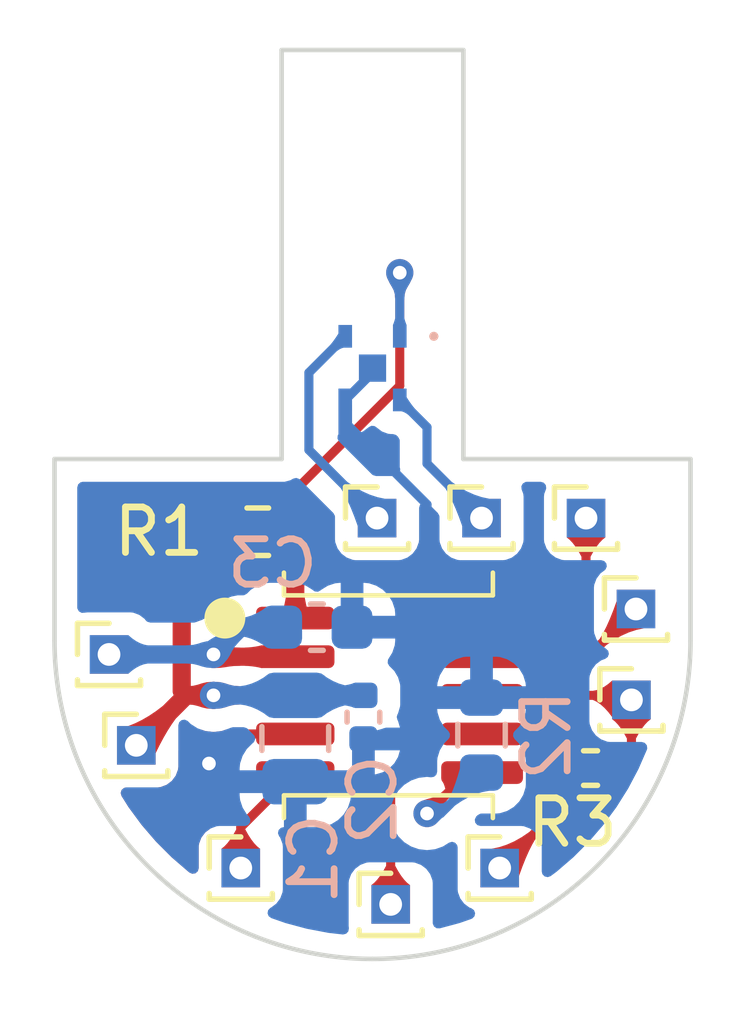
<source format=kicad_pcb>
(kicad_pcb (version 20240108) (generator "pcbnew") (generator_version "8.0")
  (layers (0 "F.Cu" signal) (31 "B.Cu" signal) (34 "B.Paste" user) (35 "F.Paste" user) (36 "B.SilkS" user "B.Silkscreen") (37 "F.SilkS" user "F.Silkscreen") (38 "B.Mask" user) (39 "F.Mask" user) (44 "Edge.Cuts" user))
  (net 0 "")
  (net 1 "GND")
  (net 2 "Net-(U1-Reserve)")
  (net 3 "Net-(U1-LDP)")
  (net 4 "+3.3V")
  (net 5 "Net-(J3-Pin_1)")
  (net 6 "Net-(J8-Pin_1)")
  (net 7 "Net-(J7-Pin_1)")
  (net 8 "Net-(J5-Pin_1)")
  (net 9 "Net-(J6-Pin_1)")
  (net 10 "Net-(J9-Pin_1)")
  (net 11 "+1.9V")
  (net 12 "Net-(IC1-V1)")
  (net 13 "Net-(IC1-V2)")
  (footprint "Connector_PinHeader_1.00mm:PinHeader_1x01_P1.00mm_Vertical" (layer "F.Cu") (at 104.3 84.8)
    (property "Reference" "J7" (hide yes))
    (property "Value" "INT")
    (fp_line (start -0.695 -0.685) (end 0 -0.685) (stroke (width 0.12)) (layer "F.SilkS"))
    (fp_line (start -0.695 0) (end -0.695 -0.685) (stroke (width 0.12)) (layer "F.SilkS"))
    (fp_line (start -0.695 0.685) (end -0.695 0.56) (stroke (width 0.12)) (layer "F.SilkS"))
    (fp_line (start -0.695 0.685) (end -0.608276 0.685) (stroke (width 0.12)) (layer "F.SilkS"))
    (fp_line (start -0.695 0.685) (end 0.695 0.685) (stroke (width 0.12)) (layer "F.SilkS"))
    (fp_line (start 0.608276 0.685) (end 0.695 0.685) (stroke (width 0.12)) (layer "F.SilkS"))
    (fp_line (start 0.695 0.685) (end 0.695 0.56) (stroke (width 0.12)) (layer "F.SilkS"))
    (pad "1" thru_hole rect (at 0 0) (size 0.85 0.85) (drill 0.5) (layers "*.Cu" "*.Mask") (net 7 "Net-(J7-Pin_1)"))
  )
  (footprint "Connector_PinHeader_1.00mm:PinHeader_1x01_P1.00mm_Vertical" (layer "F.Cu") (at 98.6 82.8)
    (property "Reference" "J4" (hide yes))
    (property "Value" "FORCE_V2")
    (fp_line (start -0.695 -0.685) (end 0 -0.685) (stroke (width 0.12)) (layer "F.SilkS"))
    (fp_line (start -0.695 0) (end -0.695 -0.685) (stroke (width 0.12)) (layer "F.SilkS"))
    (fp_line (start -0.695 0.685) (end -0.695 0.56) (stroke (width 0.12)) (layer "F.SilkS"))
    (fp_line (start -0.695 0.685) (end -0.608276 0.685) (stroke (width 0.12)) (layer "F.SilkS"))
    (fp_line (start -0.695 0.685) (end 0.695 0.685) (stroke (width 0.12)) (layer "F.SilkS"))
    (fp_line (start 0.608276 0.685) (end 0.695 0.685) (stroke (width 0.12)) (layer "F.SilkS"))
    (fp_line (start 0.695 0.685) (end 0.695 0.56) (stroke (width 0.12)) (layer "F.SilkS"))
    (pad "1" thru_hole rect (at 0 0) (size 0.85 0.85) (drill 0.5) (layers "*.Cu" "*.Mask") (net 13 "Net-(IC1-V2)"))
  )
  (footprint "Connector_PinHeader_1.00mm:PinHeader_1x01_P1.00mm_Vertical" (layer "F.Cu") (at 95.6 90.5)
    (property "Reference" "J3" (hide yes))
    (property "Value" "NCS")
    (fp_line (start -0.695 -0.685) (end 0 -0.685) (stroke (width 0.12)) (layer "F.SilkS"))
    (fp_line (start -0.695 0) (end -0.695 -0.685) (stroke (width 0.12)) (layer "F.SilkS"))
    (fp_line (start -0.695 0.685) (end -0.695 0.56) (stroke (width 0.12)) (layer "F.SilkS"))
    (fp_line (start -0.695 0.685) (end -0.608276 0.685) (stroke (width 0.12)) (layer "F.SilkS"))
    (fp_line (start -0.695 0.685) (end 0.695 0.685) (stroke (width 0.12)) (layer "F.SilkS"))
    (fp_line (start 0.608276 0.685) (end 0.695 0.685) (stroke (width 0.12)) (layer "F.SilkS"))
    (fp_line (start 0.695 0.685) (end 0.695 0.56) (stroke (width 0.12)) (layer "F.SilkS"))
    (pad "1" thru_hole rect (at 0 0) (size 0.85 0.85) (drill 0.5) (layers "*.Cu" "*.Mask") (net 5 "Net-(J3-Pin_1)"))
  )
  (footprint "Resistor_SMD:R_0603_1608Metric" (layer "F.Cu") (at 95.975 83.1 180)
    (property "Reference" "R1" (at 2.175 0 0) (layer "F.SilkS"))
    (property "Value" "140")
    (fp_line (start -0.237258 0.5225) (end 0.237258 0.5225) (stroke (width 0.12)) (layer "F.SilkS"))
    (fp_line (start -0.237258 -0.5225) (end 0.237258 -0.5225) (stroke (width 0.12)) (layer "F.SilkS"))
    (pad "1" smd roundrect (at -0.825 0 180) (size 0.8 0.95) (layers "F.Cu" "F.Paste" "F.Mask") (net 3 "Net-(U1-LDP)"))
    (pad "2" smd roundrect (at 0.825 0 180) (size 0.8 0.95) (layers "F.Cu" "F.Paste" "F.Mask") (net 4 "+3.3V"))
  )
  (footprint "Connector_PinHeader_1.00mm:PinHeader_1x01_P1.00mm_Vertical" (layer "F.Cu") (at 98.9 91.3)
    (property "Reference" "J5" (hide yes))
    (property "Value" "SCLK")
    (fp_line (start -0.695 -0.685) (end 0 -0.685) (stroke (width 0.12)) (layer "F.SilkS"))
    (fp_line (start -0.695 0) (end -0.695 -0.685) (stroke (width 0.12)) (layer "F.SilkS"))
    (fp_line (start -0.695 0.685) (end -0.695 0.56) (stroke (width 0.12)) (layer "F.SilkS"))
    (fp_line (start -0.695 0.685) (end -0.608276 0.685) (stroke (width 0.12)) (layer "F.SilkS"))
    (fp_line (start -0.695 0.685) (end 0.695 0.685) (stroke (width 0.12)) (layer "F.SilkS"))
    (fp_line (start 0.608276 0.685) (end 0.695 0.685) (stroke (width 0.12)) (layer "F.SilkS"))
    (fp_line (start 0.695 0.685) (end 0.695 0.56) (stroke (width 0.12)) (layer "F.SilkS"))
    (pad "1" thru_hole rect (at 0 0) (size 0.85 0.85) (drill 0.5) (layers "*.Cu" "*.Mask") (net 8 "Net-(J5-Pin_1)"))
  )
  (footprint "Connector_PinHeader_1.00mm:PinHeader_1x01_P1.00mm_Vertical" (layer "F.Cu") (at 93.3 87.8)
    (property "Reference" "J1" (hide yes))
    (property "Value" "VDD")
    (fp_line (start -0.695 -0.685) (end 0 -0.685) (stroke (width 0.12)) (layer "F.SilkS"))
    (fp_line (start -0.695 0) (end -0.695 -0.685) (stroke (width 0.12)) (layer "F.SilkS"))
    (fp_line (start -0.695 0.685) (end -0.695 0.56) (stroke (width 0.12)) (layer "F.SilkS"))
    (fp_line (start -0.695 0.685) (end -0.608276 0.685) (stroke (width 0.12)) (layer "F.SilkS"))
    (fp_line (start -0.695 0.685) (end 0.695 0.685) (stroke (width 0.12)) (layer "F.SilkS"))
    (fp_line (start 0.608276 0.685) (end 0.695 0.685) (stroke (width 0.12)) (layer "F.SilkS"))
    (fp_line (start 0.695 0.685) (end 0.695 0.56) (stroke (width 0.12)) (layer "F.SilkS"))
    (pad "1" thru_hole rect (at 0 0) (size 0.85 0.85) (drill 0.5) (layers "*.Cu" "*.Mask") (net 4 "+3.3V"))
  )
  (footprint "Connector_PinHeader_1.00mm:PinHeader_1x01_P1.00mm_Vertical" (layer "F.Cu") (at 92.7 85.8)
    (property "Reference" "J2" (hide yes))
    (property "Value" "VDDA")
    (fp_line (start -0.695 -0.685) (end 0 -0.685) (stroke (width 0.12)) (layer "F.SilkS"))
    (fp_line (start -0.695 0) (end -0.695 -0.685) (stroke (width 0.12)) (layer "F.SilkS"))
    (fp_line (start -0.695 0.685) (end -0.695 0.56) (stroke (width 0.12)) (layer "F.SilkS"))
    (fp_line (start -0.695 0.685) (end -0.608276 0.685) (stroke (width 0.12)) (layer "F.SilkS"))
    (fp_line (start -0.695 0.685) (end 0.695 0.685) (stroke (width 0.12)) (layer "F.SilkS"))
    (fp_line (start 0.608276 0.685) (end 0.695 0.685) (stroke (width 0.12)) (layer "F.SilkS"))
    (fp_line (start 0.695 0.685) (end 0.695 0.56) (stroke (width 0.12)) (layer "F.SilkS"))
    (pad "1" thru_hole rect (at 0 0) (size 0.85 0.85) (drill 0.5) (layers "*.Cu" "*.Mask") (net 11 "+1.9V"))
  )
  (footprint "Resistor_SMD:R_0402_1005Metric" (layer "F.Cu") (at 103.3 88.3)
    (property "Reference" "R3" (at -0.4 1.2 0) (layer "F.SilkS"))
    (property "Value" "3.3k")
    (fp_line (start -0.153641 -0.38) (end 0.153641 -0.38) (stroke (width 0.12)) (layer "F.SilkS"))
    (fp_line (start -0.153641 0.38) (end 0.153641 0.38) (stroke (width 0.12)) (layer "F.SilkS"))
    (pad "1" smd roundrect (at -0.51 0) (size 0.54 0.64) (layers "F.Cu" "F.Paste" "F.Mask") (net 10 "Net-(J9-Pin_1)"))
    (pad "2" smd roundrect (at 0.51 0) (size 0.54 0.64) (layers "F.Cu" "F.Paste" "F.Mask") (net 6 "Net-(J8-Pin_1)"))
  )
  (footprint "Connector_PinHeader_1.00mm:PinHeader_1x01_P1.00mm_Vertical" (layer "F.Cu") (at 100.9 82.8)
    (property "Reference" "J10" (hide yes))
    (property "Value" "FORCE_V1")
    (fp_line (start -0.695 -0.685) (end 0 -0.685) (stroke (width 0.12)) (layer "F.SilkS"))
    (fp_line (start -0.695 0) (end -0.695 -0.685) (stroke (width 0.12)) (layer "F.SilkS"))
    (fp_line (start -0.695 0.685) (end -0.695 0.56) (stroke (width 0.12)) (layer "F.SilkS"))
    (fp_line (start -0.695 0.685) (end -0.608276 0.685) (stroke (width 0.12)) (layer "F.SilkS"))
    (fp_line (start -0.695 0.685) (end 0.695 0.685) (stroke (width 0.12)) (layer "F.SilkS"))
    (fp_line (start 0.608276 0.685) (end 0.695 0.685) (stroke (width 0.12)) (layer "F.SilkS"))
    (fp_line (start 0.695 0.685) (end 0.695 0.56) (stroke (width 0.12)) (layer "F.SilkS"))
    (pad "1" thru_hole rect (at 0 0) (size 0.85 0.85) (drill 0.5) (layers "*.Cu" "*.Mask") (net 12 "Net-(IC1-V1)"))
  )
  (footprint "Connector_PinHeader_1.00mm:PinHeader_1x01_P1.00mm_Vertical" (layer "F.Cu") (at 101.3 90.5)
    (property "Reference" "J9" (hide yes))
    (property "Value" "MOSI")
    (fp_line (start -0.695 -0.685) (end 0 -0.685) (stroke (width 0.12)) (layer "F.SilkS"))
    (fp_line (start -0.695 0) (end -0.695 -0.685) (stroke (width 0.12)) (layer "F.SilkS"))
    (fp_line (start -0.695 0.685) (end -0.695 0.56) (stroke (width 0.12)) (layer "F.SilkS"))
    (fp_line (start -0.695 0.685) (end -0.608276 0.685) (stroke (width 0.12)) (layer "F.SilkS"))
    (fp_line (start -0.695 0.685) (end 0.695 0.685) (stroke (width 0.12)) (layer "F.SilkS"))
    (fp_line (start 0.608276 0.685) (end 0.695 0.685) (stroke (width 0.12)) (layer "F.SilkS"))
    (fp_line (start 0.695 0.685) (end 0.695 0.56) (stroke (width 0.12)) (layer "F.SilkS"))
    (pad "1" thru_hole rect (at 0 0) (size 0.85 0.85) (drill 0.5) (layers "*.Cu" "*.Mask") (net 10 "Net-(J9-Pin_1)"))
  )
  (footprint "Imported_FP:PAW3040E1-TKMT" (layer "F.Cu") (at 98.85 86.7)
    (property "Reference" "U1" (hide yes))
    (property "Value" "PAW3040E1-TKMT")
    (fp_line (start -2.3 -2.2) (end -2.3 -2.7) (stroke (width 0.1)) (layer "F.SilkS"))
    (fp_line (start -2.3 2.2) (end -2.3 2.7) (stroke (width 0.1)) (layer "F.SilkS"))
    (fp_line (start 2.3 -2.2) (end -2.3 -2.2) (stroke (width 0.1)) (layer "F.SilkS"))
    (fp_line (start 2.3 -2.2) (end 2.3 -2.7) (stroke (width 0.1)) (layer "F.SilkS"))
    (fp_line (start 2.3 2.2) (end -2.3 2.2) (stroke (width 0.1)) (layer "F.SilkS"))
    (fp_line (start 2.3 2.2) (end 2.3 2.7) (stroke (width 0.1)) (layer "F.SilkS"))
    (fp_circle (center -3.6 -1.7) (end -3.2 -1.7) (stroke (width 0.1)) (fill solid) (layer "F.SilkS"))
    (pad "1" smd roundrect (at -2.05 -1.7 90) (size 0.5 1.725) (layers "F.Cu" "F.Paste" "F.Mask") (net 3 "Net-(U1-LDP)"))
    (pad "2" smd roundrect (at -2.05 -0.85 90) (size 0.5 1.725) (layers "F.Cu" "F.Paste" "F.Mask") (net 11 "+1.9V"))
    (pad "3" smd roundrect (at -2.05 0 90) (size 0.5 1.725) (layers "F.Cu" "F.Paste" "F.Mask") (net 4 "+3.3V"))
    (pad "4" smd roundrect (at -2.05 0.85 90) (size 0.5 1.725) (layers "F.Cu" "F.Paste" "F.Mask") (net 1 "GND"))
    (pad "5" smd roundrect (at -2.05 1.7 90) (size 0.5 1.725) (layers "F.Cu" "F.Paste" "F.Mask") (net 5 "Net-(J3-Pin_1)"))
    (pad "6" smd roundrect (at 2.0625 1.7 90) (size 0.5 1.8) (layers "F.Cu" "F.Paste" "F.Mask") (net 2 "Net-(U1-Reserve)"))
    (pad "7" smd roundrect (at 2.0625 0.85 90) (size 0.5 1.8) (layers "F.Cu" "F.Paste" "F.Mask") (net 8 "Net-(J5-Pin_1)"))
    (pad "8" smd roundrect (at 2.0625 0 90) (size 0.5 1.8) (layers "F.Cu" "F.Paste" "F.Mask") (net 6 "Net-(J8-Pin_1)"))
    (pad "9" smd roundrect (at 2.0625 -0.85 90) (size 0.5 1.8) (layers "F.Cu" "F.Paste" "F.Mask") (net 7 "Net-(J7-Pin_1)"))
    (pad "10" smd roundrect (at 2.0625 -1.7 90) (size 0.5 1.8) (layers "F.Cu" "F.Paste" "F.Mask") (net 9 "Net-(J6-Pin_1)"))
  )
  (footprint "Connector_PinHeader_1.00mm:PinHeader_1x01_P1.00mm_Vertical" (layer "F.Cu") (at 104.2 86.8)
    (property "Reference" "J8" (hide yes))
    (property "Value" "MISO")
    (fp_line (start -0.695 -0.685) (end 0 -0.685) (stroke (width 0.12)) (layer "F.SilkS"))
    (fp_line (start -0.695 0) (end -0.695 -0.685) (stroke (width 0.12)) (layer "F.SilkS"))
    (fp_line (start -0.695 0.685) (end -0.695 0.56) (stroke (width 0.12)) (layer "F.SilkS"))
    (fp_line (start -0.695 0.685) (end -0.608276 0.685) (stroke (width 0.12)) (layer "F.SilkS"))
    (fp_line (start -0.695 0.685) (end 0.695 0.685) (stroke (width 0.12)) (layer "F.SilkS"))
    (fp_line (start 0.608276 0.685) (end 0.695 0.685) (stroke (width 0.12)) (layer "F.SilkS"))
    (fp_line (start 0.695 0.685) (end 0.695 0.56) (stroke (width 0.12)) (layer "F.SilkS"))
    (pad "1" thru_hole rect (at 0 0) (size 0.85 0.85) (drill 0.5) (layers "*.Cu" "*.Mask") (net 6 "Net-(J8-Pin_1)"))
  )
  (footprint "Connector_PinHeader_1.00mm:PinHeader_1x01_P1.00mm_Vertical" (layer "F.Cu") (at 103.2 82.8)
    (property "Reference" "J6" (hide yes))
    (property "Value" "GPIO")
    (fp_line (start -0.695 -0.685) (end 0 -0.685) (stroke (width 0.12)) (layer "F.SilkS"))
    (fp_line (start -0.695 0) (end -0.695 -0.685) (stroke (width 0.12)) (layer "F.SilkS"))
    (fp_line (start -0.695 0.685) (end -0.695 0.56) (stroke (width 0.12)) (layer "F.SilkS"))
    (fp_line (start -0.695 0.685) (end -0.608276 0.685) (stroke (width 0.12)) (layer "F.SilkS"))
    (fp_line (start -0.695 0.685) (end 0.695 0.685) (stroke (width 0.12)) (layer "F.SilkS"))
    (fp_line (start 0.608276 0.685) (end 0.695 0.685) (stroke (width 0.12)) (layer "F.SilkS"))
    (fp_line (start 0.695 0.685) (end 0.695 0.56) (stroke (width 0.12)) (layer "F.SilkS"))
    (pad "1" thru_hole rect (at 0 0) (size 0.85 0.85) (drill 0.5) (layers "*.Cu" "*.Mask") (net 9 "Net-(J6-Pin_1)"))
  )
  (footprint "Capacitor_SMD:C_0805_2012Metric" (layer "B.Cu") (at 96.8 87.65 -90)
    (property "Reference" "C1" (at 2.65 -0.4 90) (layer "B.SilkS") (effects (justify mirror)))
    (property "Value" "10uF")
    (fp_line (start 0.261252 0.735) (end -0.261252 0.735) (stroke (width 0.12)) (layer "B.SilkS"))
    (fp_line (start 0.261252 -0.735) (end -0.261252 -0.735) (stroke (width 0.12)) (layer "B.SilkS"))
    (pad "1" smd roundrect (at -0.95 0 270) (size 1 1.45) (layers "B.Cu" "B.Paste" "B.Mask") (net 4 "+3.3V"))
    (pad "2" smd roundrect (at 0.95 0 270) (size 1 1.45) (layers "B.Cu" "B.Paste" "B.Mask") (net 1 "GND"))
  )
  (footprint "Capacitor_SMD:C_0402_1005Metric" (layer "B.Cu") (at 98.3 87.18 -90)
    (property "Reference" "C2" (at 1.82 -0.2 90) (layer "B.SilkS") (effects (justify mirror)))
    (property "Value" "0.1uF")
    (fp_line (start 0.107836 0.36) (end -0.107836 0.36) (stroke (width 0.12)) (layer "B.SilkS"))
    (fp_line (start 0.107836 -0.36) (end -0.107836 -0.36) (stroke (width 0.12)) (layer "B.SilkS"))
    (pad "1" smd roundrect (at -0.48 0 270) (size 0.56 0.62) (layers "B.Cu" "B.Paste" "B.Mask") (net 4 "+3.3V"))
    (pad "2" smd roundrect (at 0.48 0 270) (size 0.56 0.62) (layers "B.Cu" "B.Paste" "B.Mask") (net 1 "GND"))
  )
  (footprint "Imported_FP:HSFPAR004A" (layer "B.Cu") (at 98.5 79.5 180)
    (property "Reference" "IC1" (hide yes))
    (property "Value" "HSFPAR004A" (hide yes))
    (fp_line (start -1.3 0.7) (end -1.3 0.7) (stroke (width 0.1)) (layer "B.SilkS"))
    (fp_line (start -1.4 0.7) (end -1.4 0.7) (stroke (width 0.1)) (layer "B.SilkS"))
    (fp_arc (start -1.3 0.7) (mid -1.35 0.75) (end -1.4 0.7) (stroke (width 0.1)) (layer "B.SilkS"))
    (fp_arc (start -1.4 0.7) (mid -1.35 0.65) (end -1.3 0.7) (stroke (width 0.1)) (layer "B.SilkS"))
    (pad "1" smd rect (at -0.6 0.7 180) (size 0.3 0.5) (layers "B.Cu" "B.Paste" "B.Mask") (net 4 "+3.3V"))
    (pad "2" smd rect (at 0.6 0.7 180) (size 0.3 0.5) (layers "B.Cu" "B.Paste" "B.Mask") (net 13 "Net-(IC1-V2)"))
    (pad "3" smd rect (at 0.6 -0.7 180) (size 0.3 0.5) (layers "B.Cu" "B.Paste" "B.Mask") (net 1 "GND"))
    (pad "4" smd rect (at -0.6 -0.7 180) (size 0.3 0.5) (layers "B.Cu" "B.Paste" "B.Mask") (net 12 "Net-(IC1-V1)"))
    (pad "5" smd rect (at 0 0 180) (size 0.6 0.6) (layers "B.Cu" "B.Paste" "B.Mask") (net 1 "GND"))
  )
  (footprint "Capacitor_SMD:C_0603_1608Metric" (layer "B.Cu") (at 97.275 85.2)
    (property "Reference" "C3" (at -0.975 -1.4 180) (layer "B.SilkS") (effects (justify mirror)))
    (property "Value" "1uF")
    (fp_line (start 0.14058 -0.51) (end -0.14058 -0.51) (stroke (width 0.12)) (layer "B.SilkS"))
    (fp_line (start 0.14058 0.51) (end -0.14058 0.51) (stroke (width 0.12)) (layer "B.SilkS"))
    (pad "1" smd roundrect (at -0.775 0) (size 0.9 0.95) (layers "B.Cu" "B.Paste" "B.Mask") (net 11 "+1.9V"))
    (pad "2" smd roundrect (at 0.775 0) (size 0.9 0.95) (layers "B.Cu" "B.Paste" "B.Mask") (net 1 "GND"))
  )
  (footprint "Resistor_SMD:R_0603_1608Metric" (layer "B.Cu") (at 100.9 87.575 90)
    (property "Reference" "R2" (at 0 1.43 90) (layer "B.SilkS") (effects (justify mirror)))
    (property "Value" "100k")
    (fp_line (start 0.237258 -0.5225) (end -0.237258 -0.5225) (stroke (width 0.12)) (layer "B.SilkS"))
    (fp_line (start 0.237258 0.5225) (end -0.237258 0.5225) (stroke (width 0.12)) (layer "B.SilkS"))
    (pad "1" smd roundrect (at -0.825 0 90) (size 0.8 0.95) (layers "B.Cu" "B.Paste" "B.Mask") (net 2 "Net-(U1-Reserve)"))
    (pad "2" smd roundrect (at 0.825 0 90) (size 0.8 0.95) (layers "B.Cu" "B.Paste" "B.Mask") (net 1 "GND"))
  )
  (gr_line (start 100.5 72.5) (end 96.5 72.5) (stroke (width 0.1)) (layer "Edge.Cuts"))
  (gr_line (start 100.5 81.5) (end 100.5 72.5) (stroke (width 0.1)) (layer "Edge.Cuts"))
  (gr_line (start 96.5 72.5) (end 96.5 81.5) (stroke (width 0.1)) (layer "Edge.Cuts"))
  (gr_line (start 105.5 85.5) (end 105.5 81.5) (stroke (width 0.1)) (layer "Edge.Cuts"))
  (gr_line (start 96.5 81.5) (end 91.5 81.5) (stroke (width 0.1)) (layer "Edge.Cuts"))
  (gr_line (start 91.5 85.5) (end 91.5 81.5) (stroke (width 0.1)) (layer "Edge.Cuts"))
  (gr_arc (start 98.5 92.5) (mid 93.550253 90.449747) (end 91.5 85.5) (stroke (width 0.1)) (layer "Edge.Cuts"))
  (gr_arc (start 105.5 85.5) (mid 103.449747 90.449747) (end 98.5 92.5) (stroke (width 0.1)) (layer "Edge.Cuts"))
  (gr_line (start 105.5 81.5) (end 100.5 81.5) (stroke (width 0.1)) (layer "Edge.Cuts"))
  (segment (start 95.55 87.55) (end 94.9 88.2) (width 0.2) (layer "F.Cu") (net 1))
  (segment (start 96.8 87.55) (end 95.55 87.55) (width 0.2) (layer "F.Cu") (net 1))
  (via (at 94.9 88.2) (size 0.6) (drill 0.3) (layers "F.Cu" "B.Cu") (net 1))
  (segment (start 98.5 79.6) (end 97.9 80.2) (width 0.2) (layer "B.Cu") (net 1))
  (segment (start 97.9 80.2) (end 97.9 80.7) (width 0.2) (layer "B.Cu") (net 1))
  (segment (start 98.5 79.5) (end 98.5 79.6) (width 0.2) (layer "B.Cu") (net 1))
  (segment (start 97.9 80.7) (end 99.7 82.5) (width 0.2) (layer "B.Cu") (net 1))
  (segment (start 99.7 82.5) (end 99.7 84.1) (width 0.2) (layer "B.Cu") (net 1))
  (segment (start 100.6 88.4) (end 99.7 89.3) (width 0.2) (layer "F.Cu") (net 2))
  (segment (start 100.9125 88.4) (end 100.6 88.4) (width 0.2) (layer "F.Cu") (net 2))
  (segment (start 100.95 88.4375) (end 100.9125 88.4) (width 0.2) (layer "F.Cu") (net 2))
  (via (at 99.7 89.3) (size 0.6) (drill 0.3) (layers "F.Cu" "B.Cu") (net 2))
  (segment (start 99.7 89.3) (end 100 89.3) (width 0.2) (layer "B.Cu") (net 2))
  (segment (start 100 89.3) (end 100.9 88.4) (width 0.2) (layer "B.Cu") (net 2))
  (segment (start 96.8 83.1) (end 96.8 85) (width 0.4) (layer "F.Cu") (net 3))
  (segment (start 96.05 82.2) (end 96.789949 82.2) (width 0.2) (layer "F.Cu") (net 4))
  (segment (start 96.8 86.7) (end 95 86.7) (width 0.4) (layer "F.Cu") (net 4))
  (segment (start 95.15 83.1) (end 96.05 82.2) (width 0.2) (layer "F.Cu") (net 4))
  (segment (start 94.4 86.7) (end 94.3 86.6) (width 0.4) (layer "F.Cu") (net 4))
  (segment (start 95 86.7) (end 94.4 86.7) (width 0.4) (layer "F.Cu") (net 4))
  (segment (start 94.3 83.95) (end 95.15 83.1) (width 0.4) (layer "F.Cu") (net 4))
  (segment (start 94.4 86.7) (end 93.3 87.8) (width 0.4) (layer "F.Cu") (net 4))
  (segment (start 99.1 79.889949) (end 99.1 77.4) (width 0.2) (layer "F.Cu") (net 4))
  (segment (start 94.3 86.6) (end 94.3 83.95) (width 0.4) (layer "F.Cu") (net 4))
  (segment (start 96.789949 82.2) (end 99.1 79.889949) (width 0.2) (layer "F.Cu") (net 4))
  (via (at 99.1 77.4) (size 0.6) (drill 0.3) (layers "F.Cu" "B.Cu") (net 4))
  (via (at 95 86.7) (size 0.6) (drill 0.3) (layers "F.Cu" "B.Cu") (net 4))
  (segment (start 96.7 86.7) (end 96.8 86.6) (width 0.4) (layer "B.Cu") (net 4))
  (segment (start 99.1 77.4) (end 99.1 78.8) (width 0.2) (layer "B.Cu") (net 4))
  (segment (start 95 86.7) (end 96.7 86.7) (width 0.4) (layer "B.Cu") (net 4))
  (segment (start 96.8 86.7) (end 98.3 86.7) (width 0.4) (layer "B.Cu") (net 4))
  (segment (start 95.6 89.6) (end 95.6 90.5) (width 0.2) (layer "F.Cu") (net 5))
  (segment (start 96.8 88.4) (end 95.6 89.6) (width 0.2) (layer "F.Cu") (net 5))
  (segment (start 104.2 87.91) (end 104.2 86.8) (width 0.2) (layer "F.Cu") (net 6))
  (segment (start 100.9125 86.7) (end 104.1 86.7) (width 0.2) (layer "F.Cu") (net 6))
  (segment (start 103.81 88.3) (end 104.2 87.91) (width 0.2) (layer "F.Cu") (net 6))
  (segment (start 104.1 86.7) (end 104.2 86.8) (width 0.2) (layer "F.Cu") (net 6))
  (segment (start 103.25 85.85) (end 104.3 84.8) (width 0.2) (layer "F.Cu") (net 7))
  (segment (start 100.9125 85.85) (end 103.25 85.85) (width 0.2) (layer "F.Cu") (net 7))
  (segment (start 100.012501 87.55) (end 100.9125 87.55) (width 0.2) (layer "F.Cu") (net 8))
  (segment (start 98.9 88.662501) (end 100.012501 87.55) (width 0.2) (layer "F.Cu") (net 8))
  (segment (start 98.9 91.3) (end 98.9 88.662501) (width 0.2) (layer "F.Cu") (net 8))
  (segment (start 103.2 84.2) (end 103.2 82.8) (width 0.2) (layer "F.Cu") (net 9))
  (segment (start 102.4 85) (end 103.2 84.2) (width 0.2) (layer "F.Cu") (net 9))
  (segment (start 100.9125 85) (end 102.4 85) (width 0.2) (layer "F.Cu") (net 9))
  (segment (start 101.3 90.5) (end 102.79 89.01) (width 0.2) (layer "F.Cu") (net 10))
  (segment (start 102.79 89.01) (end 102.79 88.3) (width 0.2) (layer "F.Cu") (net 10))
  (segment (start 95.05 85.85) (end 96.8 85.85) (width 0.4) (layer "F.Cu") (net 11))
  (segment (start 95 85.8) (end 95.05 85.85) (width 0.4) (layer "F.Cu") (net 11))
  (via (at 95 85.8) (size 0.6) (drill 0.3) (layers "F.Cu" "B.Cu") (net 11))
  (segment (start 95.6 85.2) (end 96.5 85.2) (width 0.4) (layer "B.Cu") (net 11))
  (segment (start 95 85.8) (end 92.7 85.8) (width 0.4) (layer "B.Cu") (net 11))
  (segment (start 95 85.8) (end 95.6 85.2) (width 0.4) (layer "B.Cu") (net 11))
  (segment (start 99.7 80.8) (end 99.7 81.6) (width 0.2) (layer "B.Cu") (net 12))
  (segment (start 99.7 81.6) (end 100.9 82.8) (width 0.2) (layer "B.Cu") (net 12))
  (segment (start 99.1 80.2) (end 99.7 80.8) (width 0.2) (layer "B.Cu") (net 12))
  (segment (start 97.1 81.3) (end 98.6 82.8) (width 0.2) (layer "B.Cu") (net 13))
  (segment (start 97.1 79.6) (end 97.1 81.3) (width 0.2) (layer "B.Cu") (net 13))
  (segment (start 97.9 78.8) (end 97.1 79.6) (width 0.2) (layer "B.Cu") (net 13))
  (zone (net 1) (net_name "GND") (layer "F.Cu") (priority 1) (connect_pads (clearance 0.5)) (min_thickness 0.25) (fill yes (thermal_gap 0.5) (thermal_bridge_width 0.5))
    (polygon (pts (xy 90.7 71.4) (xy 106.3 71.4) (xy 106.5 93.4) (xy 90.3 93.5)))
  )
  (zone (net 1) (net_name "GND") (layer "B.Cu") (connect_pads (clearance 0.5)) (min_thickness 0.25) (fill yes (thermal_gap 0.5) (thermal_bridge_width 0.5))
    (polygon (pts (xy 100.5 81.5) (xy 100.5 72.5) (xy 96.5 72.5) (xy 96.5 81.5) (xy 91.5 81.5) (xy 91.5 92.5) (xy 105.5 92.5) (xy 105.5 81.5)))
  )
)
</source>
